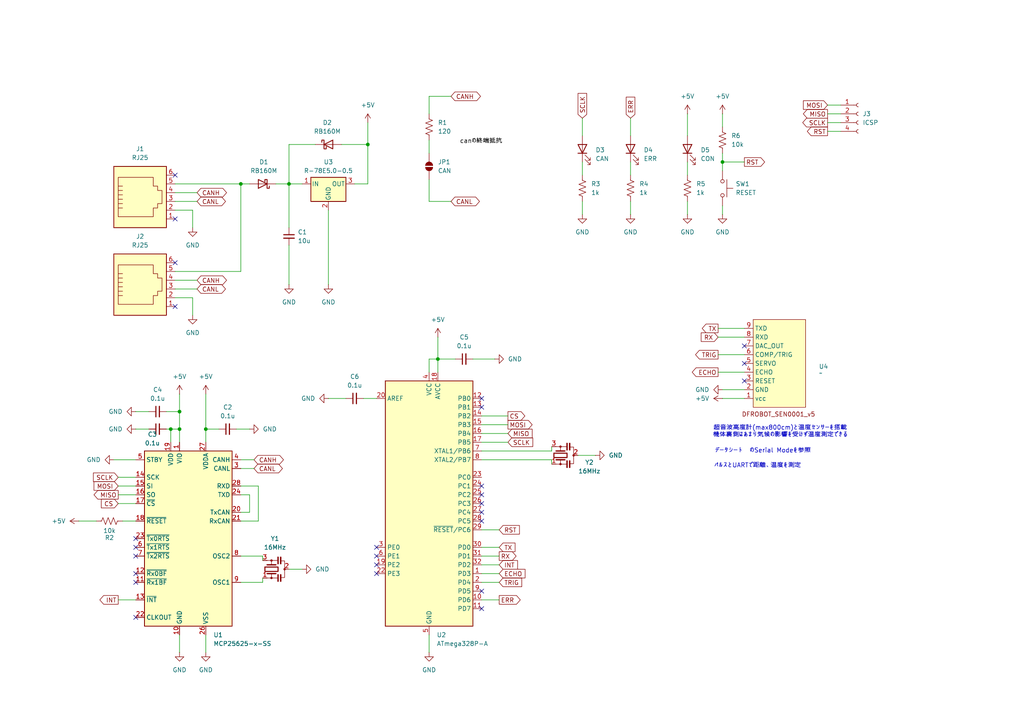
<source format=kicad_sch>
(kicad_sch (version 20231120) (generator "eeschema") (generator_version "8.0")
  (paper "A4")
  (lib_symbols
    (symbol "Connector:Conn_01x04_Socket" (pin_names (offset 1.016) hide)
      (property "Reference" "J" (at 0 5.08 0))
      (property "Value" "Conn_01x04_Socket" (at 0 -7.62 0))
      (symbol "Conn_01x04_Socket_1_1"
        (arc (start 0 -4.572) (mid -0.5058 -5.08) (end 0 -5.588) (stroke (width 0.1524)))
        (arc (start 0 -2.032) (mid -0.5058 -2.54) (end 0 -3.048) (stroke (width 0.1524)))
        (polyline (pts (xy -1.27 -5.08) (xy -0.508 -5.08)) (stroke (width 0.1524)))
        (polyline (pts (xy -1.27 -2.54) (xy -0.508 -2.54)) (stroke (width 0.1524)))
        (polyline (pts (xy -1.27 0) (xy -0.508 0)) (stroke (width 0.1524)))
        (polyline (pts (xy -1.27 2.54) (xy -0.508 2.54)) (stroke (width 0.1524)))
        (arc (start 0 0.508) (mid -0.5058 0) (end 0 -0.508) (stroke (width 0.1524)))
        (arc (start 0 3.048) (mid -0.5058 2.54) (end 0 2.032) (stroke (width 0.1524)))
        (pin passive line (at -5.08 2.54 0) (length 3.81) (name "Pin_1") (number "1"))
        (pin passive line (at -5.08 0 0) (length 3.81) (name "Pin_2") (number "2"))
        (pin passive line (at -5.08 -2.54 0) (length 3.81) (name "Pin_3") (number "3"))
        (pin passive line (at -5.08 -5.08 0) (length 3.81) (name "Pin_4") (number "4"))
      )
    )
    (symbol "Connector:RJ25" (pin_names (offset 1.016))
      (property "Reference" "J" (at -5.08 11.43 0))
      (property "Value" "RJ25" (at 2.54 11.43 0))
      (symbol "RJ25_0_1"
        (polyline (pts (xy -6.35 -1.905) (xy -5.08 -1.905) (xy -5.08 -1.905)))
        (polyline (pts (xy -6.35 -0.635) (xy -5.08 -0.635) (xy -5.08 -0.635)))
        (polyline (pts (xy -6.35 0.635) (xy -5.08 0.635) (xy -5.08 0.635)))
        (polyline (pts (xy -6.35 1.905) (xy -5.08 1.905) (xy -5.08 1.905)))
        (polyline (pts (xy -6.35 3.175) (xy -5.08 3.175) (xy -5.08 3.175)))
        (polyline (pts (xy -5.08 4.445) (xy -6.35 4.445) (xy -6.35 4.445)))
        (polyline (pts (xy -6.35 -4.445) (xy -6.35 6.985) (xy 3.81 6.985) (xy 3.81 4.445) (xy 5.08 4.445) (xy 5.08 3.175) (xy 6.35 3.175) (xy 6.35 -0.635) (xy 5.08 -0.635) (xy 5.08 -1.905) (xy 3.81 -1.905) (xy 3.81 -4.445) (xy -6.35 -4.445) (xy -6.35 -4.445)))
        (rectangle (start 7.62 10.16) (end -7.62 -7.62) (stroke (width 0.254)) (fill (type background)))
      )
      (symbol "RJ25_1_1"
        (pin passive line (at 10.16 -5.08 180) (length 2.54) (name "~") (number "1"))
        (pin passive line (at 10.16 -2.54 180) (length 2.54) (name "~") (number "2"))
        (pin passive line (at 10.16 0 180) (length 2.54) (name "~") (number "3"))
        (pin passive line (at 10.16 2.54 180) (length 2.54) (name "~") (number "4"))
        (pin passive line (at 10.16 5.08 180) (length 2.54) (name "~") (number "5"))
        (pin passive line (at 10.16 7.62 180) (length 2.54) (name "~") (number "6"))
      )
    )
    (symbol "Device:C_Small" (pin_numbers hide) (pin_names (offset 0.254) hide)
      (property "Reference" "C" (at 0.254 1.778 0))
      (property "Value" "C_Small" (at 0.254 -2.032 0))
      (symbol "C_Small_0_1"
        (polyline (pts (xy -1.524 -0.508) (xy 1.524 -0.508)) (stroke (width 0.3302)))
        (polyline (pts (xy -1.524 0.508) (xy 1.524 0.508)) (stroke (width 0.3048)))
      )
      (symbol "C_Small_1_1"
        (pin passive line (at 0 2.54 270) (length 2.032) (name "~") (number "1"))
        (pin passive line (at 0 -2.54 90) (length 2.032) (name "~") (number "2"))
      )
    )
    (symbol "Device:D_Schottky" (pin_numbers hide) (pin_names (offset 1.016) hide)
      (property "Reference" "D" (at 0 2.54 0))
      (property "Value" "D_Schottky" (at 0 -2.54 0))
      (symbol "D_Schottky_0_1"
        (polyline (pts (xy 1.27 0) (xy -1.27 0)))
        (polyline (pts (xy 1.27 1.27) (xy 1.27 -1.27) (xy -1.27 0) (xy 1.27 1.27)) (stroke (width 0.254)))
        (polyline (pts (xy -1.905 0.635) (xy -1.905 1.27) (xy -1.27 1.27) (xy -1.27 -1.27) (xy -0.635 -1.27) (xy -0.635 -0.635)) (stroke (width 0.254)))
      )
      (symbol "D_Schottky_1_1"
        (pin passive line (at -3.81 0 0) (length 2.54) (name "K") (number "1"))
        (pin passive line (at 3.81 0 180) (length 2.54) (name "A") (number "2"))
      )
    )
    (symbol "Device:LED" (pin_numbers hide) (pin_names (offset 1.016) hide)
      (property "Reference" "D" (at 0 2.54 0))
      (property "Value" "LED" (at 0 -2.54 0))
      (symbol "LED_0_1"
        (polyline (pts (xy -1.27 -1.27) (xy -1.27 1.27)) (stroke (width 0.254)))
        (polyline (pts (xy -1.27 0) (xy 1.27 0)))
        (polyline (pts (xy 1.27 -1.27) (xy 1.27 1.27) (xy -1.27 0) (xy 1.27 -1.27)) (stroke (width 0.254)))
        (polyline (pts (xy -3.048 -0.762) (xy -4.572 -2.286) (xy -3.81 -2.286) (xy -4.572 -2.286) (xy -4.572 -1.524)))
        (polyline (pts (xy -1.778 -0.762) (xy -3.302 -2.286) (xy -2.54 -2.286) (xy -3.302 -2.286) (xy -3.302 -1.524)))
      )
      (symbol "LED_1_1"
        (pin passive line (at -3.81 0 0) (length 2.54) (name "K") (number "1"))
        (pin passive line (at 3.81 0 180) (length 2.54) (name "A") (number "2"))
      )
    )
    (symbol "Device:R_US" (pin_numbers hide) (pin_names (offset 0))
      (property "Reference" "R" (at 2.54 0 90))
      (property "Value" "R_US" (at -2.54 0 90))
      (symbol "R_US_0_1"
        (polyline (pts (xy 0 -2.286) (xy 0 -2.54)))
        (polyline (pts (xy 0 2.286) (xy 0 2.54)))
        (polyline (pts (xy 0 -0.762) (xy 1.016 -1.143) (xy 0 -1.524) (xy -1.016 -1.905) (xy 0 -2.286)))
        (polyline (pts (xy 0 0.762) (xy 1.016 0.381) (xy 0 0) (xy -1.016 -0.381) (xy 0 -0.762)))
        (polyline (pts (xy 0 2.286) (xy 1.016 1.905) (xy 0 1.524) (xy -1.016 1.143) (xy 0 0.762)))
      )
      (symbol "R_US_1_1"
        (pin passive line (at 0 3.81 270) (length 1.27) (name "~") (number "1"))
        (pin passive line (at 0 -3.81 90) (length 1.27) (name "~") (number "2"))
      )
    )
    (symbol "Device:Resonator_Small" (pin_names (offset 1.016) hide)
      (property "Reference" "Y" (at 3.175 1.905 0))
      (property "Value" "Resonator_Small" (at 3.175 0 0))
      (symbol "Resonator_Small_0_1"
        (rectangle (start -3.556 -2.54) (end -1.524 -2.794) (fill (type outline)))
        (rectangle (start -3.556 -1.778) (end -1.524 -2.032) (fill (type outline)))
        (circle (center -2.54 0) (radius 0.254) (fill (type outline)))
        (rectangle (start -0.635 1.905) (end 0.635 -1.905) (stroke (width 0.3048)))
        (circle (center 0 -3.81) (radius 0.254) (fill (type outline)))
        (polyline (pts (xy -2.54 -1.778) (xy -2.54 0)))
        (polyline (pts (xy -2.54 0) (xy -1.397 0)))
        (polyline (pts (xy -2.54 1.27) (xy -2.54 0)))
        (polyline (pts (xy -1.27 -1.27) (xy -1.27 1.27)) (stroke (width 0.381)))
        (polyline (pts (xy 1.27 -1.27) (xy 1.27 1.27)) (stroke (width 0.381)))
        (polyline (pts (xy 1.27 0) (xy 2.54 0)))
        (polyline (pts (xy 2.54 0) (xy 2.54 -1.778)))
        (polyline (pts (xy 2.54 1.27) (xy 2.54 0)))
        (polyline (pts (xy 2.413 -2.794) (xy 2.413 -3.81) (xy -2.413 -3.81) (xy -2.413 -2.667)))
        (rectangle (start 1.524 -2.54) (end 3.556 -2.794) (fill (type outline)))
        (rectangle (start 1.524 -1.778) (end 3.556 -2.032) (fill (type outline)))
        (circle (center 2.54 0) (radius 0.254) (fill (type outline)))
      )
      (symbol "Resonator_Small_1_1"
        (pin passive line (at -2.54 2.54 270) (length 1.27) (name "1") (number "1"))
        (pin passive line (at 0 -5.08 90) (length 1.27) (name "2") (number "2"))
        (pin passive line (at 2.54 2.54 270) (length 1.27) (name "3") (number "3"))
      )
    )
    (symbol "Interface_CAN_LIN:MCP25625-x-SS"
      (property "Reference" "U" (at -11.43 26.67 0))
      (property "Value" "MCP25625-x-SS" (at 15.24 26.67 0))
      (symbol "MCP25625-x-SS_0_1"
        (rectangle (start -12.7 25.4) (end 12.7 -25.4) (stroke (width 0.254)) (fill (type background)))
      )
      (symbol "MCP25625-x-SS_1_1"
        (pin power_in line (at -2.54 27.94 270) (length 2.54) (name "VIO") (number "1"))
        (pin power_in line (at -2.54 -27.94 90) (length 2.54) (name "GND") (number "10"))
        (pin output line (at -15.24 -12.7 0) (length 2.54) (name "~{Rx1BF}") (number "11"))
        (pin output line (at -15.24 -10.16 0) (length 2.54) (name "~{Rx0BF}") (number "12"))
        (pin output line (at -15.24 -17.78 0) (length 2.54) (name "~{INT}") (number "13"))
        (pin input line (at -15.24 17.78 0) (length 2.54) (name "SCK") (number "14"))
        (pin input line (at -15.24 15.24 0) (length 2.54) (name "SI") (number "15"))
        (pin output line (at -15.24 12.7 0) (length 2.54) (name "SO") (number "16"))
        (pin input line (at -15.24 10.16 0) (length 2.54) (name "~{CS}") (number "17"))
        (pin input line (at -15.24 5.08 0) (length 2.54) (name "~{RESET}") (number "18"))
        (pin power_in line (at -5.08 27.94 270) (length 2.54) (name "VDD") (number "19"))
        (pin no_connect line (at 12.7 -15.24 180) (length 2.54) hide (name "NC") (number "2"))
        (pin output line (at 15.24 7.62 180) (length 2.54) (name "TxCAN") (number "20"))
        (pin input line (at 15.24 5.08 180) (length 2.54) (name "RxCAN") (number "21"))
        (pin output line (at -15.24 -22.86 0) (length 2.54) (name "CLKOUT") (number "22"))
        (pin input line (at -15.24 0 0) (length 2.54) (name "~{Tx0RTS}") (number "23"))
        (pin input line (at 15.24 12.7 180) (length 2.54) (name "TXD") (number "24"))
        (pin no_connect line (at 12.7 -17.78 180) (length 2.54) hide (name "NC") (number "25"))
        (pin power_in line (at 5.08 -27.94 90) (length 2.54) (name "VSS") (number "26"))
        (pin power_in line (at 5.08 27.94 270) (length 2.54) (name "VDDA") (number "27"))
        (pin output line (at 15.24 15.24 180) (length 2.54) (name "RXD") (number "28"))
        (pin bidirectional line (at 15.24 20.32 180) (length 2.54) (name "CANL") (number "3"))
        (pin bidirectional line (at 15.24 22.86 180) (length 2.54) (name "CANH") (number "4"))
        (pin input line (at -15.24 22.86 0) (length 2.54) (name "STBY") (number "5"))
        (pin input line (at -15.24 -2.54 0) (length 2.54) (name "~{Tx1RTS}") (number "6"))
        (pin input line (at -15.24 -5.08 0) (length 2.54) (name "~{Tx2RTS}") (number "7"))
        (pin output line (at 15.24 -5.08 180) (length 2.54) (name "OSC2") (number "8"))
        (pin input line (at 15.24 -12.7 180) (length 2.54) (name "OSC1") (number "9"))
      )
    )
    (symbol "Jumper:SolderJumper_2_Open" (pin_numbers hide) (pin_names (offset 0) hide) (exclude_from_sim yes) (in_bom no)
      (property "Reference" "JP" (at 0 2.032 0))
      (property "Value" "SolderJumper_2_Open" (at 0 -2.54 0))
      (symbol "SolderJumper_2_Open_0_1"
        (arc (start -0.254 1.016) (mid -1.2656 0) (end -0.254 -1.016))
        (arc (start -0.254 1.016) (mid -1.2656 0) (end -0.254 -1.016) (fill (type outline)))
        (polyline (pts (xy -0.254 1.016) (xy -0.254 -1.016)))
        (polyline (pts (xy 0.254 1.016) (xy 0.254 -1.016)))
        (arc (start 0.254 -1.016) (mid 1.2656 0) (end 0.254 1.016))
        (arc (start 0.254 -1.016) (mid 1.2656 0) (end 0.254 1.016) (fill (type outline)))
      )
      (symbol "SolderJumper_2_Open_1_1"
        (pin passive line (at -3.81 0 0) (length 2.54) (name "A") (number "1"))
        (pin passive line (at 3.81 0 180) (length 2.54) (name "B") (number "2"))
      )
    )
    (symbol "KUBTSS_parts:DFROBOT_SEN0001_v5"
      (property "Reference" "U" (at 0 14.732 0))
      (symbol "DFROBOT_SEN0001_v5_1_1"
        (rectangle (start -7.62 12.7) (end 7.62 -12.7) (fill (type background)))
        (text "DFROBOT_SEN0001_v5" (at -0.254 -14.732 0) (effects (font (size 1.27 1.27))))
        (pin input line (at -10.16 -10.16 0) (length 2.54) (name "vcc") (number "1"))
        (pin input line (at -10.16 -7.62 0) (length 2.54) (name "GND") (number "2"))
        (pin input line (at -10.16 -5.08 0) (length 2.54) (name "RESET") (number "3"))
        (pin input line (at -10.16 -2.54 0) (length 2.54) (name "ECHO") (number "4"))
        (pin input line (at -10.16 0 0) (length 2.54) (name "SERVO") (number "5"))
        (pin input line (at -10.16 2.54 0) (length 2.54) (name "COMP/TRIG") (number "6"))
        (pin input line (at -10.16 5.08 0) (length 2.54) (name "DAC_OUT") (number "7"))
        (pin input line (at -10.16 7.62 0) (length 2.54) (name "RXD") (number "8"))
        (pin input line (at -10.16 10.16 0) (length 2.54) (name "TXD") (number "9"))
      )
    )
    (symbol "MCU_Microchip_ATmega:ATmega328PB-A"
      (property "Reference" "U" (at -12.7 36.83 0))
      (property "Value" "ATmega328PB-A" (at 2.54 -36.83 0))
      (symbol "ATmega328PB-A_0_1"
        (rectangle (start -12.7 -35.56) (end 12.7 35.56) (stroke (width 0.254)) (fill (type background)))
      )
      (symbol "ATmega328PB-A_1_1"
        (pin bidirectional line (at 15.24 -20.32 180) (length 2.54) (name "PD3") (number "1"))
        (pin bidirectional line (at 15.24 -27.94 180) (length 2.54) (name "PD6") (number "10"))
        (pin bidirectional line (at 15.24 -30.48 180) (length 2.54) (name "PD7") (number "11"))
        (pin bidirectional line (at 15.24 30.48 180) (length 2.54) (name "PB0") (number "12"))
        (pin bidirectional line (at 15.24 27.94 180) (length 2.54) (name "PB1") (number "13"))
        (pin bidirectional line (at 15.24 25.4 180) (length 2.54) (name "PB2") (number "14"))
        (pin bidirectional line (at 15.24 22.86 180) (length 2.54) (name "PB3") (number "15"))
        (pin bidirectional line (at 15.24 20.32 180) (length 2.54) (name "PB4") (number "16"))
        (pin bidirectional line (at 15.24 17.78 180) (length 2.54) (name "PB5") (number "17"))
        (pin power_in line (at 2.54 38.1 270) (length 2.54) (name "AVCC") (number "18"))
        (pin bidirectional line (at -15.24 -17.78 0) (length 2.54) (name "PE2") (number "19"))
        (pin bidirectional line (at 15.24 -22.86 180) (length 2.54) (name "PD4") (number "2"))
        (pin passive line (at -15.24 30.48 0) (length 2.54) (name "AREF") (number "20"))
        (pin passive line (at 0 -38.1 90) (length 2.54) hide (name "GND") (number "21"))
        (pin bidirectional line (at -15.24 -20.32 0) (length 2.54) (name "PE3") (number "22"))
        (pin bidirectional line (at 15.24 7.62 180) (length 2.54) (name "PC0") (number "23"))
        (pin bidirectional line (at 15.24 5.08 180) (length 2.54) (name "PC1") (number "24"))
        (pin bidirectional line (at 15.24 2.54 180) (length 2.54) (name "PC2") (number "25"))
        (pin bidirectional line (at 15.24 0 180) (length 2.54) (name "PC3") (number "26"))
        (pin bidirectional line (at 15.24 -2.54 180) (length 2.54) (name "PC4") (number "27"))
        (pin bidirectional line (at 15.24 -5.08 180) (length 2.54) (name "PC5") (number "28"))
        (pin bidirectional line (at 15.24 -7.62 180) (length 2.54) (name "~{RESET}/PC6") (number "29"))
        (pin bidirectional line (at -15.24 -12.7 0) (length 2.54) (name "PE0") (number "3"))
        (pin bidirectional line (at 15.24 -12.7 180) (length 2.54) (name "PD0") (number "30"))
        (pin bidirectional line (at 15.24 -15.24 180) (length 2.54) (name "PD1") (number "31"))
        (pin bidirectional line (at 15.24 -17.78 180) (length 2.54) (name "PD2") (number "32"))
        (pin power_in line (at 0 38.1 270) (length 2.54) (name "VCC") (number "4"))
        (pin power_in line (at 0 -38.1 90) (length 2.54) (name "GND") (number "5"))
        (pin bidirectional line (at -15.24 -15.24 0) (length 2.54) (name "PE1") (number "6"))
        (pin bidirectional line (at 15.24 15.24 180) (length 2.54) (name "XTAL1/PB6") (number "7"))
        (pin bidirectional line (at 15.24 12.7 180) (length 2.54) (name "XTAL2/PB7") (number "8"))
        (pin bidirectional line (at 15.24 -25.4 180) (length 2.54) (name "PD5") (number "9"))
      )
    )
    (symbol "Regulator_Switching:R-78E5.0-0.5" (pin_names (offset 0.254))
      (property "Reference" "U" (at -3.81 3.175 0))
      (property "Value" "R-78E5.0-0.5" (at 0 3.175 0))
      (symbol "R-78E5.0-0.5_0_1"
        (rectangle (start -5.08 1.905) (end 5.08 -5.08) (stroke (width 0.254)) (fill (type background)))
      )
      (symbol "R-78E5.0-0.5_1_1"
        (pin power_in line (at -7.62 0 0) (length 2.54) (name "IN") (number "1"))
        (pin power_in line (at 0 -7.62 90) (length 2.54) (name "GND") (number "2"))
        (pin power_out line (at 7.62 0 180) (length 2.54) (name "OUT") (number "3"))
      )
    )
    (symbol "Switch:SW_Push" (pin_numbers hide) (pin_names (offset 1.016) hide)
      (property "Reference" "SW" (at 1.27 2.54 0))
      (property "Value" "SW_Push" (at 0 -1.524 0))
      (symbol "SW_Push_0_1"
        (circle (center -2.032 0) (radius 0.508))
        (polyline (pts (xy 0 1.27) (xy 0 3.048)))
        (polyline (pts (xy 2.54 1.27) (xy -2.54 1.27)))
        (circle (center 2.032 0) (radius 0.508))
        (pin passive line (at -5.08 0 0) (length 2.54) (name "1") (number "1"))
        (pin passive line (at 5.08 0 180) (length 2.54) (name "2") (number "2"))
      )
    )
    (symbol "power:+5V" (power) (pin_numbers hide) (pin_names (offset 0) hide)
      (property "Value" "+5V" (at 0 3.556 0))
      (symbol "+5V_0_1"
        (polyline (pts (xy -0.762 1.27) (xy 0 2.54)))
        (polyline (pts (xy 0 0) (xy 0 2.54)))
        (polyline (pts (xy 0 2.54) (xy 0.762 1.27)))
      )
      (symbol "+5V_1_1"
        (pin power_in line (at 0 0 90) (length 0) (name "~") (number "1"))
      )
    )
    (symbol "power:GND" (power) (pin_numbers hide) (pin_names (offset 0) hide)
      (property "Value" "GND" (at 0 -3.81 0))
      (symbol "GND_0_1"
        (polyline (pts (xy 0 0) (xy 0 -1.27) (xy 1.27 -1.27) (xy 0 -2.54) (xy -1.27 -1.27) (xy 0 -1.27)))
      )
      (symbol "GND_1_1"
        (pin power_in line (at 0 0 270) (length 0) (name "~") (number "1"))
      )
    )
  )
  (junction (at 59.69 124.46))
  (junction (at 209.55 46.99))
  (junction (at 127 104.14))
  (junction (at 83.82 53.34))
  (junction (at 69.85 53.34))
  (junction (at 52.07 124.46))
  (junction (at 49.53 124.46))
  (junction (at 52.07 119.38))
  (junction (at 106.68 41.91))
  (no_connect (at 139.7 115.57))
  (no_connect (at 50.8 88.9))
  (no_connect (at 215.9 100.33))
  (no_connect (at 109.22 161.29))
  (no_connect (at 139.7 151.13))
  (no_connect (at 139.7 140.97))
  (no_connect (at 139.7 176.53))
  (no_connect (at 50.8 63.5))
  (no_connect (at 139.7 118.11))
  (no_connect (at 109.22 166.37))
  (no_connect (at 215.9 105.41))
  (no_connect (at 39.37 168.91))
  (no_connect (at 50.8 76.2))
  (no_connect (at 50.8 50.8))
  (no_connect (at 109.22 163.83))
  (no_connect (at 139.7 143.51))
  (no_connect (at 39.37 156.21))
  (no_connect (at 39.37 158.75))
  (no_connect (at 139.7 171.45))
  (no_connect (at 39.37 179.07))
  (no_connect (at 39.37 161.29))
  (no_connect (at 215.9 110.49))
  (no_connect (at 39.37 166.37))
  (no_connect (at 139.7 146.05))
  (no_connect (at 109.22 158.75))
  (no_connect (at 139.7 148.59))
  (wire (pts (xy 209.55 113.03) (xy 215.9 113.03)))
  (wire (pts (xy 167.64 132.08) (xy 172.72 132.08)))
  (wire (pts (xy 124.46 104.14) (xy 124.46 107.95)))
  (wire (pts (xy 34.29 138.43) (xy 39.37 138.43)))
  (wire (pts (xy 168.91 58.42) (xy 168.91 62.23)))
  (wire (pts (xy 83.82 53.34) (xy 83.82 66.04)))
  (wire (pts (xy 33.02 133.35) (xy 39.37 133.35)))
  (wire (pts (xy 91.44 41.91) (xy 83.82 41.91)))
  (wire (pts (xy 160.02 133.35) (xy 160.02 134.62)))
  (wire (pts (xy 69.85 168.91) (xy 76.2 168.91)))
  (wire (pts (xy 182.88 34.29) (xy 182.88 39.37)))
  (wire (pts (xy 55.88 86.36) (xy 55.88 91.44)))
  (wire (pts (xy 99.06 41.91) (xy 106.68 41.91)))
  (wire (pts (xy 240.03 33.02) (xy 243.84 33.02)))
  (wire (pts (xy 139.7 125.73) (xy 147.32 125.73)))
  (wire (pts (xy 106.68 35.56) (xy 106.68 41.91)))
  (wire (pts (xy 69.85 140.97) (xy 74.93 140.97)))
  (wire (pts (xy 168.91 46.99) (xy 168.91 50.8)))
  (wire (pts (xy 209.55 115.57) (xy 215.9 115.57)))
  (wire (pts (xy 139.7 123.19) (xy 147.32 123.19)))
  (wire (pts (xy 240.03 35.56) (xy 243.84 35.56)))
  (wire (pts (xy 72.39 148.59) (xy 69.85 148.59)))
  (wire (pts (xy 35.56 151.13) (xy 39.37 151.13)))
  (wire (pts (xy 50.8 60.96) (xy 55.88 60.96)))
  (wire (pts (xy 69.85 78.74) (xy 69.85 53.34)))
  (wire (pts (xy 127 104.14) (xy 127 107.95)))
  (wire (pts (xy 49.53 124.46) (xy 49.53 128.27)))
  (wire (pts (xy 72.39 143.51) (xy 72.39 148.59)))
  (wire (pts (xy 130.81 27.94) (xy 124.46 27.94)))
  (wire (pts (xy 95.25 115.57) (xy 100.33 115.57)))
  (wire (pts (xy 209.55 59.69) (xy 209.55 62.23)))
  (wire (pts (xy 95.25 60.96) (xy 95.25 82.55)))
  (wire (pts (xy 69.85 133.35) (xy 73.66 133.35)))
  (wire (pts (xy 208.28 107.95) (xy 215.9 107.95)))
  (wire (pts (xy 59.69 114.3) (xy 59.69 124.46)))
  (wire (pts (xy 50.8 78.74) (xy 69.85 78.74)))
  (wire (pts (xy 124.46 184.15) (xy 124.46 189.23)))
  (wire (pts (xy 49.53 124.46) (xy 52.07 124.46)))
  (wire (pts (xy 208.28 95.25) (xy 215.9 95.25)))
  (wire (pts (xy 139.7 163.83) (xy 144.78 163.83)))
  (wire (pts (xy 127 104.14) (xy 124.46 104.14)))
  (wire (pts (xy 69.85 143.51) (xy 72.39 143.51)))
  (wire (pts (xy 52.07 114.3) (xy 52.07 119.38)))
  (wire (pts (xy 240.03 38.1) (xy 243.84 38.1)))
  (wire (pts (xy 208.28 97.79) (xy 215.9 97.79)))
  (wire (pts (xy 139.7 166.37) (xy 144.78 166.37)))
  (wire (pts (xy 139.7 153.67) (xy 144.78 153.67)))
  (wire (pts (xy 209.55 46.99) (xy 209.55 49.53)))
  (wire (pts (xy 76.2 168.91) (xy 76.2 167.64)))
  (wire (pts (xy 39.37 124.46) (xy 43.18 124.46)))
  (wire (pts (xy 139.7 158.75) (xy 144.78 158.75)))
  (wire (pts (xy 127 97.79) (xy 127 104.14)))
  (wire (pts (xy 209.55 33.02) (xy 209.55 36.83)))
  (wire (pts (xy 34.29 146.05) (xy 39.37 146.05)))
  (wire (pts (xy 124.46 52.07) (xy 124.46 58.42)))
  (wire (pts (xy 74.93 151.13) (xy 69.85 151.13)))
  (wire (pts (xy 83.82 41.91) (xy 83.82 53.34)))
  (wire (pts (xy 50.8 58.42) (xy 57.15 58.42)))
  (wire (pts (xy 55.88 60.96) (xy 55.88 66.04)))
  (wire (pts (xy 76.2 161.29) (xy 76.2 162.56)))
  (wire (pts (xy 106.68 41.91) (xy 106.68 53.34)))
  (wire (pts (xy 59.69 124.46) (xy 63.5 124.46)))
  (wire (pts (xy 80.01 53.34) (xy 83.82 53.34)))
  (wire (pts (xy 50.8 83.82) (xy 57.15 83.82)))
  (wire (pts (xy 209.55 44.45) (xy 209.55 46.99)))
  (wire (pts (xy 139.7 130.81) (xy 160.02 130.81)))
  (wire (pts (xy 69.85 135.89) (xy 73.66 135.89)))
  (wire (pts (xy 50.8 53.34) (xy 69.85 53.34)))
  (wire (pts (xy 69.85 161.29) (xy 76.2 161.29)))
  (wire (pts (xy 127 104.14) (xy 132.08 104.14)))
  (wire (pts (xy 182.88 46.99) (xy 182.88 50.8)))
  (wire (pts (xy 199.39 58.42) (xy 199.39 62.23)))
  (wire (pts (xy 137.16 104.14) (xy 143.51 104.14)))
  (wire (pts (xy 50.8 55.88) (xy 57.15 55.88)))
  (wire (pts (xy 52.07 124.46) (xy 52.07 128.27)))
  (wire (pts (xy 83.82 53.34) (xy 87.63 53.34)))
  (wire (pts (xy 124.46 27.94) (xy 124.46 33.02)))
  (wire (pts (xy 199.39 46.99) (xy 199.39 50.8)))
  (wire (pts (xy 52.07 119.38) (xy 52.07 124.46)))
  (wire (pts (xy 68.58 124.46) (xy 72.39 124.46)))
  (wire (pts (xy 139.7 161.29) (xy 144.78 161.29)))
  (wire (pts (xy 34.29 173.99) (xy 39.37 173.99)))
  (wire (pts (xy 48.26 124.46) (xy 49.53 124.46)))
  (wire (pts (xy 182.88 58.42) (xy 182.88 62.23)))
  (wire (pts (xy 34.29 143.51) (xy 39.37 143.51)))
  (wire (pts (xy 208.28 102.87) (xy 215.9 102.87)))
  (wire (pts (xy 69.85 53.34) (xy 72.39 53.34)))
  (wire (pts (xy 139.7 120.65) (xy 147.32 120.65)))
  (wire (pts (xy 139.7 168.91) (xy 144.78 168.91)))
  (wire (pts (xy 50.8 86.36) (xy 55.88 86.36)))
  (wire (pts (xy 105.41 115.57) (xy 109.22 115.57)))
  (wire (pts (xy 50.8 81.28) (xy 57.15 81.28)))
  (wire (pts (xy 39.37 119.38) (xy 43.18 119.38)))
  (wire (pts (xy 83.82 71.12) (xy 83.82 82.55)))
  (wire (pts (xy 160.02 130.81) (xy 160.02 129.54)))
  (wire (pts (xy 199.39 33.02) (xy 199.39 39.37)))
  (wire (pts (xy 59.69 124.46) (xy 59.69 128.27)))
  (wire (pts (xy 209.55 46.99) (xy 215.9 46.99)))
  (wire (pts (xy 48.26 119.38) (xy 52.07 119.38)))
  (wire (pts (xy 74.93 140.97) (xy 74.93 151.13)))
  (wire (pts (xy 106.68 53.34) (xy 102.87 53.34)))
  (wire (pts (xy 139.7 173.99) (xy 144.78 173.99)))
  (wire (pts (xy 124.46 40.64) (xy 124.46 44.45)))
  (wire (pts (xy 34.29 140.97) (xy 39.37 140.97)))
  (wire (pts (xy 240.03 30.48) (xy 243.84 30.48)))
  (wire (pts (xy 139.7 133.35) (xy 160.02 133.35)))
  (wire (pts (xy 139.7 128.27) (xy 147.32 128.27)))
  (wire (pts (xy 52.07 184.15) (xy 52.07 189.23)))
  (wire (pts (xy 59.69 184.15) (xy 59.69 189.23)))
  (wire (pts (xy 22.86 151.13) (xy 27.94 151.13)))
  (wire (pts (xy 83.82 165.1) (xy 87.63 165.1)))
  (wire (pts (xy 124.46 58.42) (xy 130.81 58.42)))
  (wire (pts (xy 168.91 34.29) (xy 168.91 39.37)))
  (text "パルスとUARTで距離、温度を測定" (at 219.71 135.128 0) (effects (font (size 1.27 1.27))))
  (text "データシート" (at 211.328 130.81 0) (effects (font (size 1.27 1.27))))
  (text "のSerial Modeを参照" (at 226.314 130.81 0) (effects (font (size 1.27 1.27))))
  (text "超音波高度計(max800cm)と温度センサーを搭載\n機体裏側はあまり気候の影響を受けず温度測定できる" (at 226.314 125.222 0) (effects (font (size 1.27 1.27))))
  (label "canの終端抵抗" (at 133.35 41.91 0))
  (global_label "MOSI" (shape input) (at 34.29 140.97 180) (property "Intersheetrefs" "${INTERSHEET_REFS}" (effects (hide yes))))
  (global_label "CANH" (shape bidirectional) (at 73.66 133.35 0) (property "Intersheetrefs" "${INTERSHEET_REFS}" (effects (hide yes))))
  (global_label "CANH" (shape bidirectional) (at 57.15 55.88 0) (property "Intersheetrefs" "${INTERSHEET_REFS}" (effects (hide yes))))
  (global_label "ERR" (shape output) (at 144.78 173.99 0) (property "Intersheetrefs" "${INTERSHEET_REFS}" (effects (hide yes))))
  (global_label "CANL" (shape bidirectional) (at 57.15 58.42 0) (property "Intersheetrefs" "${INTERSHEET_REFS}" (effects (hide yes))))
  (global_label "MISO" (shape output) (at 240.03 33.02 180) (property "Intersheetrefs" "${INTERSHEET_REFS}" (effects (hide yes))))
  (global_label "MISO" (shape output) (at 34.29 143.51 180) (property "Intersheetrefs" "${INTERSHEET_REFS}" (effects (hide yes))))
  (global_label "CS" (shape output) (at 147.32 120.65 0) (property "Intersheetrefs" "${INTERSHEET_REFS}" (effects (hide yes))))
  (global_label "MISO" (shape input) (at 147.32 125.73 0) (property "Intersheetrefs" "${INTERSHEET_REFS}" (effects (hide yes))))
  (global_label "SCLK" (shape output) (at 240.03 35.56 180) (property "Intersheetrefs" "${INTERSHEET_REFS}" (effects (hide yes))))
  (global_label "CANH" (shape bidirectional) (at 57.15 81.28 0) (property "Intersheetrefs" "${INTERSHEET_REFS}" (effects (hide yes))))
  (global_label "RST" (shape output) (at 215.9 46.99 0) (property "Intersheetrefs" "${INTERSHEET_REFS}" (effects (hide yes))))
  (global_label "SCLK" (shape input) (at 147.32 128.27 0) (property "Intersheetrefs" "${INTERSHEET_REFS}" (effects (hide yes))))
  (global_label "SCLK" (shape input) (at 168.91 34.29 90) (property "Intersheetrefs" "${INTERSHEET_REFS}" (effects (hide yes))))
  (global_label "CANL" (shape bidirectional) (at 57.15 83.82 0) (property "Intersheetrefs" "${INTERSHEET_REFS}" (effects (hide yes))))
  (global_label "INT" (shape output) (at 34.29 173.99 180) (property "Intersheetrefs" "${INTERSHEET_REFS}" (effects (hide yes))))
  (global_label "TX" (shape output) (at 208.28 95.25 180) (property "Intersheetrefs" "${INTERSHEET_REFS}" (effects (hide yes))))
  (global_label "MOSI" (shape input) (at 240.03 30.48 180) (property "Intersheetrefs" "${INTERSHEET_REFS}" (effects (hide yes))))
  (global_label "TRIG" (shape input) (at 144.78 168.91 0) (property "Intersheetrefs" "${INTERSHEET_REFS}" (effects (hide yes))))
  (global_label "RX" (shape input) (at 208.28 97.79 180) (property "Intersheetrefs" "${INTERSHEET_REFS}" (effects (hide yes))))
  (global_label "SCLK" (shape input) (at 34.29 138.43 180) (property "Intersheetrefs" "${INTERSHEET_REFS}" (effects (hide yes))))
  (global_label "ERR" (shape input) (at 182.88 34.29 90) (property "Intersheetrefs" "${INTERSHEET_REFS}" (effects (hide yes))))
  (global_label "RST" (shape input) (at 144.78 153.67 0) (property "Intersheetrefs" "${INTERSHEET_REFS}" (effects (hide yes))))
  (global_label "TRIG" (shape output) (at 208.28 102.87 180) (property "Intersheetrefs" "${INTERSHEET_REFS}" (effects (hide yes))))
  (global_label "CS" (shape input) (at 34.29 146.05 180) (property "Intersheetrefs" "${INTERSHEET_REFS}" (effects (hide yes))))
  (global_label "RX" (shape output) (at 144.78 161.29 0) (property "Intersheetrefs" "${INTERSHEET_REFS}" (effects (hide yes))))
  (global_label "MOSI" (shape output) (at 147.32 123.19 0) (property "Intersheetrefs" "${INTERSHEET_REFS}" (effects (hide yes))))
  (global_label "INT" (shape input) (at 144.78 163.83 0) (property "Intersheetrefs" "${INTERSHEET_REFS}" (effects (hide yes))))
  (global_label "CANH" (shape bidirectional) (at 130.81 27.94 0) (property "Intersheetrefs" "${INTERSHEET_REFS}" (effects (hide yes))))
  (global_label "ECHO" (shape output) (at 208.28 107.95 180) (property "Intersheetrefs" "${INTERSHEET_REFS}" (effects (hide yes))))
  (global_label "CANL" (shape bidirectional) (at 73.66 135.89 0) (property "Intersheetrefs" "${INTERSHEET_REFS}" (effects (hide yes))))
  (global_label "ECHO" (shape input) (at 144.78 166.37 0) (property "Intersheetrefs" "${INTERSHEET_REFS}" (effects (hide yes))))
  (global_label "RST" (shape output) (at 240.03 38.1 180) (property "Intersheetrefs" "${INTERSHEET_REFS}" (effects (hide yes))))
  (global_label "TX" (shape input) (at 144.78 158.75 0) (property "Intersheetrefs" "${INTERSHEET_REFS}" (effects (hide yes))))
  (global_label "CANL" (shape bidirectional) (at 130.81 58.42 0) (property "Intersheetrefs" "${INTERSHEET_REFS}" (effects (hide yes))))
  (symbol (lib_id "Device:C_Small") (at 45.72 119.38 90) (unit 1)
    (property "Reference" "C4" (at 45.7263 113.03 90))
    (property "Value" "0.1u" (at 45.7263 115.57 90))
    (property "Footprint" "Capacitor_SMD:C_0603_1608Metric" (effects (hide yes)))
    (property "Description" "Unpolarized capacitor, small symbol" (effects (hide yes)))
  )
  (symbol (lib_id "Interface_CAN_LIN:MCP25625-x-SS") (at 54.61 156.21 0) (unit 1)
    (property "Reference" "U1" (at 61.8841 184.15 0) (effects (justify left)))
    (property "Value" "MCP25625-x-SS" (at 61.8841 186.69 0) (effects (justify left)))
    (property "Footprint" "Package_SO:SSOP-28_5.3x10.2mm_P0.65mm" (effects (hide yes)))
    (property "Datasheet" "http://ww1.microchip.com/downloads/en/DeviceDoc/20005282B.pdf" (effects (hide yes)))
    (property "Description" "Stand-Alone CAN Controller with SPI Interface and integated Transceiver, SSOP-28" (effects (hide yes)))
  )
  (symbol (lib_id "power:GND") (at 209.55 113.03 270) (unit 1)
    (property "Reference" "#PWR018" (effects (hide yes)))
    (property "Value" "GND" (at 205.74 113.0299 90) (effects (justify right)))
    (property "Description" "Power symbol creates a global label with name \"GND\" , ground" (effects (hide yes)))
  )
  (symbol (lib_id "Device:D_Schottky") (at 76.2 53.34 180) (unit 1)
    (property "Reference" "D1" (at 76.5175 46.99 0))
    (property "Value" "RB160M" (at 76.5175 49.53 0))
    (property "Footprint" "Diode_SMD:D_SOD-123" (effects (hide yes)))
    (property "Description" "Schottky diode" (effects (hide yes)))
  )
  (symbol (lib_id "Jumper:SolderJumper_2_Open") (at 124.46 48.26 90) (unit 1) (exclude_from_sim yes) (in_bom no)
    (property "Reference" "JP1" (at 127 46.9899 90) (effects (justify right)))
    (property "Value" "CAN" (at 127 49.5299 90) (effects (justify right)))
    (property "Footprint" "Jumper:SolderJumper-2_P1.3mm_Open_RoundedPad1.0x1.5mm" (effects (hide yes)))
    (property "Description" "Solder Jumper, 2-pole, open" (effects (hide yes)))
  )
  (symbol (lib_id "Switch:SW_Push") (at 209.55 54.61 270) (unit 1)
    (property "Reference" "SW1" (at 213.36 53.3399 90) (effects (justify left)))
    (property "Value" "RESET" (at 213.36 55.8799 90) (effects (justify left)))
    (property "Footprint" "Button_Switch_SMD:SW_SPST_PTS810" (effects (hide yes)))
    (property "Description" "Push button switch, generic, two pins" (effects (hide yes)))
  )
  (symbol (lib_id "Device:R_US") (at 168.91 54.61 0) (unit 1)
    (property "Reference" "R3" (at 171.45 53.3399 0) (effects (justify left)))
    (property "Value" "1k" (at 171.45 55.8799 0) (effects (justify left)))
    (property "Footprint" "Resistor_SMD:R_0603_1608Metric" (effects (hide yes)))
    (property "Description" "Resistor, US symbol" (effects (hide yes)))
  )
  (symbol (lib_id "MCU_Microchip_ATmega:ATmega328PB-A") (at 124.46 146.05 0) (unit 1)
    (property "Reference" "U2" (at 126.6541 184.15 0) (effects (justify left)))
    (property "Value" "ATmega328P-A" (at 126.6541 186.69 0) (effects (justify left)))
    (property "Footprint" "Package_QFP:TQFP-32_7x7mm_P0.8mm" (effects (hide yes)))
    (property "Datasheet" "http://ww1.microchip.com/downloads/en/DeviceDoc/40001906C.pdf" (effects (hide yes)))
    (property "Description" "20MHz, 32kB Flash, 2kB SRAM, 1kB EEPROM, TQFP-32" (effects (hide yes)))
  )
  (symbol (lib_id "power:GND") (at 168.91 62.23 0) (unit 1)
    (property "Reference" "#PWR01" (effects (hide yes)))
    (property "Value" "GND" (at 168.91 67.31 0))
    (property "Description" "Power symbol creates a global label with name \"GND\" , ground" (effects (hide yes)))
  )
  (symbol (lib_id "Device:R_US") (at 182.88 54.61 0) (unit 1)
    (property "Reference" "R4" (at 185.42 53.3399 0) (effects (justify left)))
    (property "Value" "1k" (at 185.42 55.8799 0) (effects (justify left)))
    (property "Footprint" "Resistor_SMD:R_0603_1608Metric" (effects (hide yes)))
    (property "Description" "Resistor, US symbol" (effects (hide yes)))
  )
  (symbol (lib_id "power:+5V") (at 199.39 33.02 0) (unit 1)
    (property "Reference" "#PWR020" (effects (hide yes)))
    (property "Value" "+5V" (at 199.39 27.94 0))
    (property "Description" "Power symbol creates a global label with name \"+5V\"" (effects (hide yes)))
  )
  (symbol (lib_id "power:GND") (at 83.82 82.55 0) (unit 1)
    (property "Reference" "#PWR05" (effects (hide yes)))
    (property "Value" "GND" (at 83.82 87.63 0))
    (property "Description" "Power symbol creates a global label with name \"GND\" , ground" (effects (hide yes)))
  )
  (symbol (lib_id "power:+5V") (at 209.55 33.02 0) (unit 1)
    (property "Reference" "#PWR021" (effects (hide yes)))
    (property "Value" "+5V" (at 209.55 27.94 0))
    (property "Description" "Power symbol creates a global label with name \"+5V\"" (effects (hide yes)))
  )
  (symbol (lib_id "Connector:RJ25") (at 40.64 58.42 0) (unit 1)
    (property "Reference" "J1" (at 40.64 43.18 0))
    (property "Value" "RJ25" (at 40.64 45.72 0))
    (property "Footprint" "Connector_RJ:RJ25_Wayconn_MJEA-660X1_Horizontal" (effects (hide yes)))
    (property "Description" "RJ connector, 6P6C (6 positions 6 connected)" (effects (hide yes)))
  )
  (symbol (lib_id "power:GND") (at 95.25 82.55 0) (unit 1)
    (property "Reference" "#PWR06" (effects (hide yes)))
    (property "Value" "GND" (at 95.25 87.63 0))
    (property "Description" "Power symbol creates a global label with name \"GND\" , ground" (effects (hide yes)))
  )
  (symbol (lib_id "Device:LED") (at 199.39 43.18 90) (unit 1)
    (property "Reference" "D5" (at 203.2 43.4974 90) (effects (justify right)))
    (property "Value" "CON" (at 203.2 46.0374 90) (effects (justify right)))
    (property "Footprint" "LED_SMD:LED_0603_1608Metric" (effects (hide yes)))
    (property "Description" "Light emitting diode" (effects (hide yes)))
  )
  (symbol (lib_id "Device:R_US") (at 199.39 54.61 0) (unit 1)
    (property "Reference" "R5" (at 201.93 53.3399 0) (effects (justify left)))
    (property "Value" "1k" (at 201.93 55.8799 0) (effects (justify left)))
    (property "Footprint" "Resistor_SMD:R_0603_1608Metric" (effects (hide yes)))
    (property "Description" "Resistor, US symbol" (effects (hide yes)))
  )
  (symbol (lib_id "Device:C_Small") (at 45.72 124.46 90) (unit 1)
    (property "Reference" "C3" (at 44.196 125.984 90))
    (property "Value" "0.1u" (at 44.196 128.524 90))
    (property "Footprint" "Capacitor_SMD:C_0603_1608Metric" (effects (hide yes)))
    (property "Description" "Unpolarized capacitor, small symbol" (effects (hide yes)))
  )
  (symbol (lib_id "Device:Resonator_Small") (at 162.56 132.08 90) (unit 1)
    (property "Reference" "Y2" (at 170.942 134.112 90))
    (property "Value" "16MHz" (at 170.942 136.652 90))
    (property "Footprint" "Crystal:Resonator_SMD_Murata_CSTxExxV-3Pin_3.0x1.1mm" (effects (hide yes)))
    (property "Description" "Three pin ceramic resonator, small symbol" (effects (hide yes)))
  )
  (symbol (lib_id "power:GND") (at 199.39 62.23 0) (unit 1)
    (property "Reference" "#PWR022" (effects (hide yes)))
    (property "Value" "GND" (at 199.39 67.31 0))
    (property "Description" "Power symbol creates a global label with name \"GND\" , ground" (effects (hide yes)))
  )
  (symbol (lib_id "power:+5V") (at 22.86 151.13 90) (unit 1)
    (property "Reference" "#PWR011" (effects (hide yes)))
    (property "Value" "+5V" (at 19.05 151.1299 90) (effects (justify left)))
    (property "Description" "Power symbol creates a global label with name \"+5V\"" (effects (hide yes)))
  )
  (symbol (lib_id "Device:R_US") (at 209.55 40.64 0) (unit 1)
    (property "Reference" "R6" (at 212.09 39.3699 0) (effects (justify left)))
    (property "Value" "10k" (at 212.09 41.9099 0) (effects (justify left)))
    (property "Footprint" "Resistor_SMD:R_0603_1608Metric" (effects (hide yes)))
    (property "Description" "Resistor, US symbol" (effects (hide yes)))
  )
  (symbol (lib_id "power:+5V") (at 59.69 114.3 0) (unit 1)
    (property "Reference" "#PWR012" (effects (hide yes)))
    (property "Value" "+5V" (at 59.69 109.22 0))
    (property "Description" "Power symbol creates a global label with name \"+5V\"" (effects (hide yes)))
  )
  (symbol (lib_id "power:GND") (at 39.37 124.46 270) (unit 1)
    (property "Reference" "#PWR016" (effects (hide yes)))
    (property "Value" "GND" (at 35.56 124.4599 90) (effects (justify right)))
    (property "Description" "Power symbol creates a global label with name \"GND\" , ground" (effects (hide yes)))
  )
  (symbol (lib_id "power:+5V") (at 209.55 115.57 90) (unit 1)
    (property "Reference" "#PWR014" (effects (hide yes)))
    (property "Value" "+5V" (at 205.74 115.5699 90) (effects (justify left)))
    (property "Description" "Power symbol creates a global label with name \"+5V\"" (effects (hide yes)))
  )
  (symbol (lib_id "power:GND") (at 172.72 132.08 90) (unit 1)
    (property "Reference" "#PWR025" (effects (hide yes)))
    (property "Value" "GND" (at 176.53 132.0799 90) (effects (justify right)))
    (property "Description" "Power symbol creates a global label with name \"GND\" , ground" (effects (hide yes)))
  )
  (symbol (lib_id "Device:C_Small") (at 134.62 104.14 90) (unit 1)
    (property "Reference" "C5" (at 134.6263 97.79 90))
    (property "Value" "0.1u" (at 134.6263 100.33 90))
    (property "Footprint" "Capacitor_SMD:C_0603_1608Metric" (effects (hide yes)))
    (property "Description" "Unpolarized capacitor, small symbol" (effects (hide yes)))
  )
  (symbol (lib_id "power:GND") (at 124.46 189.23 0) (unit 1)
    (property "Reference" "#PWR024" (effects (hide yes)))
    (property "Value" "GND" (at 124.46 194.31 0))
    (property "Description" "Power symbol creates a global label with name \"GND\" , ground" (effects (hide yes)))
  )
  (symbol (lib_id "Device:C_Small") (at 102.87 115.57 90) (unit 1)
    (property "Reference" "C6" (at 102.8763 109.22 90))
    (property "Value" "0.1u" (at 102.8763 111.76 90))
    (property "Footprint" "Capacitor_SMD:C_0603_1608Metric" (effects (hide yes)))
    (property "Description" "Unpolarized capacitor, small symbol" (effects (hide yes)))
  )
  (symbol (lib_id "Device:R_US") (at 124.46 36.83 0) (unit 1)
    (property "Reference" "R1" (at 127 35.5599 0) (effects (justify left)))
    (property "Value" "120" (at 127 38.0999 0) (effects (justify left)))
    (property "Footprint" "Resistor_SMD:R_0603_1608Metric" (effects (hide yes)))
    (property "Description" "Resistor, US symbol" (effects (hide yes)))
  )
  (symbol (lib_id "power:GND") (at 52.07 189.23 0) (unit 1)
    (property "Reference" "#PWR08" (effects (hide yes)))
    (property "Value" "GND" (at 52.07 194.31 0))
    (property "Description" "Power symbol creates a global label with name \"GND\" , ground" (effects (hide yes)))
  )
  (symbol (lib_id "Device:LED") (at 182.88 43.18 90) (unit 1)
    (property "Reference" "D4" (at 186.69 43.4974 90) (effects (justify right)))
    (property "Value" "ERR" (at 186.69 46.0374 90) (effects (justify right)))
    (property "Footprint" "LED_SMD:LED_0603_1608Metric" (effects (hide yes)))
    (property "Description" "Light emitting diode" (effects (hide yes)))
  )
  (symbol (lib_id "power:+5V") (at 106.68 35.56 0) (unit 1)
    (property "Reference" "#PWR04" (effects (hide yes)))
    (property "Value" "+5V" (at 106.68 30.48 0))
    (property "Description" "Power symbol creates a global label with name \"+5V\"" (effects (hide yes)))
  )
  (symbol (lib_id "power:+5V") (at 52.07 114.3 0) (unit 1)
    (property "Reference" "#PWR013" (effects (hide yes)))
    (property "Value" "+5V" (at 52.07 109.22 0))
    (property "Description" "Power symbol creates a global label with name \"+5V\"" (effects (hide yes)))
  )
  (symbol (lib_id "Device:Resonator_Small") (at 78.74 165.1 90) (unit 1)
    (property "Reference" "Y1" (at 79.7433 156.21 90))
    (property "Value" "16MHz" (at 79.7433 158.75 90))
    (property "Footprint" "Crystal:Resonator_SMD_Murata_CSTxExxV-3Pin_3.0x1.1mm" (effects (hide yes)))
    (property "Description" "Three pin ceramic resonator, small symbol" (effects (hide yes)))
  )
  (symbol (lib_id "power:GND") (at 87.63 165.1 90) (unit 1)
    (property "Reference" "#PWR010" (effects (hide yes)))
    (property "Value" "GND" (at 91.44 165.0999 90) (effects (justify right)))
    (property "Description" "Power symbol creates a global label with name \"GND\" , ground" (effects (hide yes)))
  )
  (symbol (lib_id "power:GND") (at 55.88 91.44 0) (unit 1)
    (property "Reference" "#PWR02" (effects (hide yes)))
    (property "Value" "GND" (at 55.88 96.52 0))
    (property "Description" "Power symbol creates a global label with name \"GND\" , ground" (effects (hide yes)))
  )
  (symbol (lib_id "Connector:Conn_01x04_Socket") (at 248.92 33.02 0) (unit 1)
    (property "Reference" "J3" (at 250.19 33.0199 0) (effects (justify left)))
    (property "Value" "ICSP" (at 250.19 35.5599 0) (effects (justify left)))
    (property "Footprint" "Connector_PinSocket_2.54mm:PinSocket_1x04_P2.54mm_Vertical" (effects (hide yes)))
    (property "Description" "Generic connector, single row, 01x04, script generated" (effects (hide yes)))
  )
  (symbol (lib_id "power:GND") (at 33.02 133.35 270) (unit 1)
    (property "Reference" "#PWR07" (effects (hide yes)))
    (property "Value" "GND" (at 29.21 133.3499 90) (effects (justify right)))
    (property "Description" "Power symbol creates a global label with name \"GND\" , ground" (effects (hide yes)))
  )
  (symbol (lib_id "Regulator_Switching:R-78E5.0-0.5") (at 95.25 53.34 0) (unit 1)
    (property "Reference" "U3" (at 95.25 46.99 0))
    (property "Value" "R-78E5.0-0.5" (at 95.25 49.53 0))
    (property "Footprint" "Converter_DCDC:Converter_DCDC_RECOM_R-78E-0.5_THT" (effects (hide yes)))
    (property "Datasheet" "https://www.recom-power.com/pdf/Innoline/R-78Exx-0.5.pdf" (effects (hide yes)))
    (property "Description" "500mA Step-Down DC/DC-Regulator, 7-28V input, 5V fixed Output Voltage, LM78xx replacement, -40°C to +85°C, SIP3" (effects (hide yes)))
  )
  (symbol (lib_id "Connector:RJ25") (at 40.64 83.82 0) (unit 1)
    (property "Reference" "J2" (at 40.64 68.58 0))
    (property "Value" "RJ25" (at 40.64 71.12 0))
    (property "Footprint" "Connector_RJ:RJ25_Wayconn_MJEA-660X1_Horizontal" (effects (hide yes)))
    (property "Description" "RJ connector, 6P6C (6 positions 6 connected)" (effects (hide yes)))
  )
  (symbol (lib_id "power:GND") (at 72.39 124.46 90) (unit 1)
    (property "Reference" "#PWR015" (effects (hide yes)))
    (property "Value" "GND" (at 76.2 124.4599 90) (effects (justify right)))
    (property "Description" "Power symbol creates a global label with name \"GND\" , ground" (effects (hide yes)))
  )
  (symbol (lib_id "Device:C_Small") (at 83.82 68.58 0) (unit 1)
    (property "Reference" "C1" (at 86.36 67.3162 0) (effects (justify left)))
    (property "Value" "10u" (at 86.36 69.8562 0) (effects (justify left)))
    (property "Footprint" "Capacitor_SMD:C_0603_1608Metric" (effects (hide yes)))
    (property "Description" "Unpolarized capacitor, small symbol" (effects (hide yes)))
  )
  (symbol (lib_id "power:GND") (at 143.51 104.14 90) (unit 1)
    (property "Reference" "#PWR033" (effects (hide yes)))
    (property "Value" "GND" (at 147.32 104.1399 90) (effects (justify right)))
    (property "Description" "Power symbol creates a global label with name \"GND\" , ground" (effects (hide yes)))
  )
  (symbol (lib_id "Device:R_US") (at 31.75 151.13 90) (unit 1)
    (property "Reference" "R2" (at 31.75 155.956 90))
    (property "Value" "10k" (at 31.75 153.924 90))
    (property "Footprint" "Resistor_SMD:R_0603_1608Metric" (effects (hide yes)))
    (property "Description" "Resistor, US symbol" (effects (hide yes)))
  )
  (symbol (lib_id "power:+5V") (at 127 97.79 0) (unit 1)
    (property "Reference" "#PWR029" (effects (hide yes)))
    (property "Value" "+5V" (at 127 92.71 0))
    (property "Description" "Power symbol creates a global label with name \"+5V\"" (effects (hide yes)))
  )
  (symbol (lib_id "Device:D_Schottky") (at 95.25 41.91 0) (unit 1)
    (property "Reference" "D2" (at 94.9325 35.56 0))
    (property "Value" "RB160M" (at 94.9325 38.1 0))
    (property "Footprint" "Diode_SMD:D_SOD-123" (effects (hide yes)))
    (property "Description" "Schottky diode" (effects (hide yes)))
  )
  (symbol (lib_id "power:GND") (at 182.88 62.23 0) (unit 1)
    (property "Reference" "#PWR019" (effects (hide yes)))
    (property "Value" "GND" (at 182.88 67.31 0))
    (property "Description" "Power symbol creates a global label with name \"GND\" , ground" (effects (hide yes)))
  )
  (symbol (lib_id "power:GND") (at 39.37 119.38 270) (unit 1)
    (property "Reference" "#PWR017" (effects (hide yes)))
    (property "Value" "GND" (at 35.56 119.3799 90) (effects (justify right)))
    (property "Description" "Power symbol creates a global label with name \"GND\" , ground" (effects (hide yes)))
  )
  (symbol (lib_id "power:GND") (at 55.88 66.04 0) (unit 1)
    (property "Reference" "#PWR03" (effects (hide yes)))
    (property "Value" "GND" (at 55.88 71.12 0))
    (property "Description" "Power symbol creates a global label with name \"GND\" , ground" (effects (hide yes)))
  )
  (symbol (lib_id "Device:LED") (at 168.91 43.18 90) (unit 1)
    (property "Reference" "D3" (at 172.72 43.4974 90) (effects (justify right)))
    (property "Value" "CAN" (at 172.72 46.0374 90) (effects (justify right)))
    (property "Footprint" "LED_SMD:LED_0603_1608Metric" (effects (hide yes)))
    (property "Description" "Light emitting diode" (effects (hide yes)))
  )
  (symbol (lib_id "power:GND") (at 95.25 115.57 270) (unit 1)
    (property "Reference" "#PWR032" (effects (hide yes)))
    (property "Value" "GND" (at 91.44 115.5699 90) (effects (justify right)))
    (property "Description" "Power symbol creates a global label with name \"GND\" , ground" (effects (hide yes)))
  )
  (symbol (lib_id "power:GND") (at 59.69 189.23 0) (unit 1)
    (property "Reference" "#PWR09" (effects (hide yes)))
    (property "Value" "GND" (at 59.69 194.31 0))
    (property "Description" "Power symbol creates a global label with name \"GND\" , ground" (effects (hide yes)))
  )
  (symbol (lib_id "Device:C_Small") (at 66.04 124.46 90) (unit 1)
    (property "Reference" "C2" (at 66.0463 118.11 90))
    (property "Value" "0.1u" (at 66.0463 120.65 90))
    (property "Footprint" "Capacitor_SMD:C_0603_1608Metric" (effects (hide yes)))
    (property "Description" "Unpolarized capacitor, small symbol" (effects (hide yes)))
  )
  (symbol (lib_id "power:GND") (at 209.55 62.23 0) (unit 1)
    (property "Reference" "#PWR023" (effects (hide yes)))
    (property "Value" "GND" (at 209.55 67.31 0))
    (property "Description" "Power symbol creates a global label with name \"GND\" , ground" (effects (hide yes)))
  )
  (symbol (lib_id "KUBTSS_parts:DFROBOT_SEN0001_v5") (at 226.06 105.41 0) (unit 1)
    (property "Reference" "U4" (at 237.49 106.3017 0) (effects (justify left)))
    (property "Value" "~" (at 237.49 108.2068 0) (effects (justify left)))
    (property "Footprint" "KUBTSS_parts:DFROBOT_SEN0001_v5" (effects (hide yes)))
  )
)
</source>
